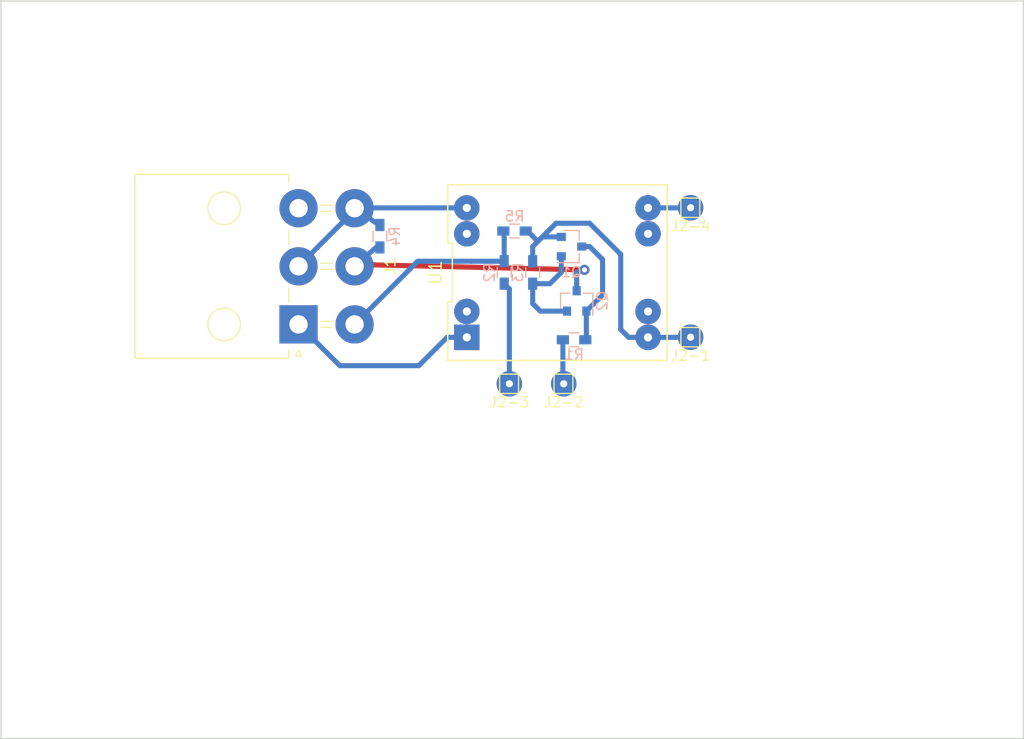
<source format=kicad_pcb>
(kicad_pcb (version 4) (host pcbnew 4.0.7)

  (general
    (links 20)
    (no_connects 1)
    (area 15.291999 13.894999 115.772001 86.435001)
    (thickness 1.6)
    (drawings 4)
    (tracks 56)
    (zones 0)
    (modules 13)
    (nets 11)
  )

  (page A4)
  (layers
    (0 F.Cu signal)
    (31 B.Cu jumper)
    (33 F.Adhes user)
    (35 F.Paste user)
    (37 F.SilkS user)
    (39 F.Mask user)
    (40 Dwgs.User user)
    (41 Cmts.User user)
    (42 Eco1.User user)
    (43 Eco2.User user)
    (44 Edge.Cuts user)
    (45 Margin user)
    (47 F.CrtYd user)
    (49 F.Fab user)
  )

  (setup
    (last_trace_width 1)
    (user_trace_width 1)
    (user_trace_width 2)
    (user_trace_width 3)
    (trace_clearance 1)
    (zone_clearance 0.508)
    (zone_45_only yes)
    (trace_min 0.1)
    (segment_width 0.2)
    (edge_width 0.15)
    (via_size 1)
    (via_drill 0.5)
    (via_min_size 0.1)
    (via_min_drill 0.1)
    (uvia_size 0.3)
    (uvia_drill 0.1)
    (uvias_allowed no)
    (uvia_min_size 0.3)
    (uvia_min_drill 0.1)
    (pcb_text_width 0.3)
    (pcb_text_size 1.5 1.5)
    (mod_edge_width 0.15)
    (mod_text_size 1 1)
    (mod_text_width 0.15)
    (pad_size 2.5 2.5)
    (pad_drill 0.7)
    (pad_to_mask_clearance 0.2)
    (aux_axis_origin 0 0)
    (grid_origin 1 1)
    (visible_elements 7FFFFFDF)
    (pcbplotparams
      (layerselection 0x00020_80000001)
      (usegerberextensions false)
      (excludeedgelayer true)
      (linewidth 0.100000)
      (plotframeref false)
      (viasonmask false)
      (mode 1)
      (useauxorigin false)
      (hpglpennumber 1)
      (hpglpenspeed 20)
      (hpglpendiameter 15)
      (hpglpenoverlay 2)
      (psnegative false)
      (psa4output false)
      (plotreference true)
      (plotvalue true)
      (plotinvisibletext false)
      (padsonsilk false)
      (subtractmaskfromsilk false)
      (outputformat 1)
      (mirror false)
      (drillshape 0)
      (scaleselection 1)
      (outputdirectory ""))
  )

  (net 0 "")
  (net 1 +24V)
  (net 2 GND)
  (net 3 "Net-(J1-Pad3)")
  (net 4 MDB-MR)
  (net 5 MDB-MT)
  (net 6 +5V)
  (net 7 TTL-TX)
  (net 8 TTL-RX)
  (net 9 "Net-(Q1-Pad1)")
  (net 10 "Net-(Q1-Pad3)")

  (net_class Default "This is the default net class."
    (clearance 1)
    (trace_width 0.5)
    (via_dia 1)
    (via_drill 0.5)
    (uvia_dia 0.3)
    (uvia_drill 0.1)
    (add_net +24V)
    (add_net +5V)
    (add_net GND)
    (add_net MDB-MR)
    (add_net MDB-MT)
    (add_net "Net-(J1-Pad3)")
    (add_net "Net-(Q1-Pad1)")
    (add_net "Net-(Q1-Pad3)")
    (add_net TTL-RX)
    (add_net TTL-TX)
  )

  (net_class aa ""
    (clearance 1)
    (trace_width 1)
    (via_dia 1.5)
    (via_drill 1)
    (uvia_dia 0.3)
    (uvia_drill 0.1)
  )

  (module Connectors_Molex:Molex_MegaFit_2x03x5.70mm_Angled (layer F.Cu) (tedit 58A287C1) (tstamp 5B0A588F)
    (at 44.577 45.72 90)
    (descr "Molex MegaFit, dual row, side entry type, through hole")
    (tags "connector molex mega-fit 76825-0006 172064-0006 172064-1006")
    (path /5B08F9D8)
    (fp_text reference J1 (at 5.7 9 90) (layer F.SilkS)
      (effects (font (size 1 1) (thickness 0.15)))
    )
    (fp_text value MDB (at 5.7 10.5 90) (layer F.Fab)
      (effects (font (size 1 1) (thickness 0.15)))
    )
    (fp_circle (center 0 -7.3) (end 1.6 -7.3) (layer F.SilkS) (width 0.12))
    (fp_circle (center 11.4 -7.3) (end 13 -7.3) (layer F.SilkS) (width 0.12))
    (fp_line (start -3.175 -15.9) (end -3.175 -1.1) (layer F.Fab) (width 0.1))
    (fp_line (start -3.175 -1.1) (end 14.575 -1.1) (layer F.Fab) (width 0.1))
    (fp_line (start 14.575 -1.1) (end 14.575 -15.9) (layer F.Fab) (width 0.1))
    (fp_line (start 14.575 -15.9) (end -3.175 -15.9) (layer F.Fab) (width 0.1))
    (fp_line (start 5.7 -16.05) (end -3.325 -16.05) (layer F.SilkS) (width 0.12))
    (fp_line (start -3.325 -16.05) (end -3.325 -0.95) (layer F.SilkS) (width 0.12))
    (fp_line (start -3.325 -0.95) (end -2.5 -0.95) (layer F.SilkS) (width 0.12))
    (fp_line (start 5.7 -16.05) (end 14.725 -16.05) (layer F.SilkS) (width 0.12))
    (fp_line (start 14.725 -16.05) (end 14.725 -0.95) (layer F.SilkS) (width 0.12))
    (fp_line (start 14.725 -0.95) (end 13.9 -0.95) (layer F.SilkS) (width 0.12))
    (fp_line (start 2.175 -0.95) (end 3.525 -0.95) (layer F.SilkS) (width 0.12))
    (fp_line (start 7.875 -0.95) (end 9.225 -0.95) (layer F.SilkS) (width 0.12))
    (fp_line (start -0.3 2.175) (end -0.3 3.325) (layer F.SilkS) (width 0.12))
    (fp_line (start 0.3 2.175) (end 0.3 3.325) (layer F.SilkS) (width 0.12))
    (fp_line (start 5.4 2.175) (end 5.4 3.325) (layer F.SilkS) (width 0.12))
    (fp_line (start 6 2.175) (end 6 3.325) (layer F.SilkS) (width 0.12))
    (fp_line (start 11.1 2.175) (end 11.1 3.325) (layer F.SilkS) (width 0.12))
    (fp_line (start 11.7 2.175) (end 11.7 3.325) (layer F.SilkS) (width 0.12))
    (fp_line (start -2.5 0) (end -3.1 0.3) (layer F.SilkS) (width 0.12))
    (fp_line (start -3.1 0.3) (end -3.1 -0.3) (layer F.SilkS) (width 0.12))
    (fp_line (start -3.1 -0.3) (end -2.5 0) (layer F.SilkS) (width 0.12))
    (fp_line (start -2.5 0) (end -3.1 0.3) (layer F.Fab) (width 0.1))
    (fp_line (start -3.1 0.3) (end -3.1 -0.3) (layer F.Fab) (width 0.1))
    (fp_line (start -3.1 -0.3) (end -2.5 0) (layer F.Fab) (width 0.1))
    (fp_line (start -3.65 -16.35) (end -3.65 7.85) (layer F.CrtYd) (width 0.05))
    (fp_line (start -3.65 7.85) (end 15.05 7.85) (layer F.CrtYd) (width 0.05))
    (fp_line (start 15.05 7.85) (end 15.05 -16.35) (layer F.CrtYd) (width 0.05))
    (fp_line (start 15.05 -16.35) (end -3.65 -16.35) (layer F.CrtYd) (width 0.05))
    (fp_text user %R (at 5.7 -11 90) (layer F.Fab)
      (effects (font (size 1 1) (thickness 0.15)))
    )
    (pad 1 thru_hole rect (at 0 0 90) (size 3.75 3.75) (drill 1.8) (layers *.Cu *.Mask)
      (net 1 +24V))
    (pad 2 thru_hole circle (at 5.7 0 90) (size 3.75 3.75) (drill 1.8) (layers *.Cu *.Mask)
      (net 2 GND))
    (pad 3 thru_hole circle (at 11.4 0 90) (size 3.75 3.75) (drill 1.8) (layers *.Cu *.Mask)
      (net 3 "Net-(J1-Pad3)"))
    (pad 4 thru_hole circle (at 0 5.5 90) (size 3.75 3.75) (drill 1.8) (layers *.Cu *.Mask)
      (net 4 MDB-MR))
    (pad 5 thru_hole circle (at 5.7 5.5 90) (size 3.75 3.75) (drill 1.8) (layers *.Cu *.Mask)
      (net 5 MDB-MT))
    (pad 6 thru_hole circle (at 11.4 5.5 90) (size 3.75 3.75) (drill 1.8) (layers *.Cu *.Mask)
      (net 2 GND))
    (pad "" np_thru_hole circle (at 0 -7.3 90) (size 3 3) (drill 3) (layers *.Cu *.Mask))
    (pad "" np_thru_hole circle (at 11.4 -7.3 90) (size 3 3) (drill 3) (layers *.Cu *.Mask))
    (model ${KISYS3DMOD}/Connectors_Molex.3dshapes/Molex_MegaFit_2x03x5.70mm_Angled.wrl
      (at (xyz 0 0 0))
      (scale (xyz 1 1 1))
      (rotate (xyz 0 0 0))
    )
  )

  (module TO_SOT_Packages_SMD:SOT-23 (layer B.Cu) (tedit 58CE4E7E) (tstamp 5B0A58D2)
    (at 71.866 43.418 90)
    (descr "SOT-23, Standard")
    (tags SOT-23)
    (path /5B08F4F9)
    (attr smd)
    (fp_text reference Q2 (at 0 2.5 90) (layer B.SilkS)
      (effects (font (size 1 1) (thickness 0.15)) (justify mirror))
    )
    (fp_text value BC807 (at 0 -2.5 90) (layer B.Fab)
      (effects (font (size 1 1) (thickness 0.15)) (justify mirror))
    )
    (fp_text user %R (at 0 0 360) (layer B.Fab)
      (effects (font (size 0.5 0.5) (thickness 0.075)) (justify mirror))
    )
    (fp_line (start -0.7 0.95) (end -0.7 -1.5) (layer B.Fab) (width 0.1))
    (fp_line (start -0.15 1.52) (end 0.7 1.52) (layer B.Fab) (width 0.1))
    (fp_line (start -0.7 0.95) (end -0.15 1.52) (layer B.Fab) (width 0.1))
    (fp_line (start 0.7 1.52) (end 0.7 -1.52) (layer B.Fab) (width 0.1))
    (fp_line (start -0.7 -1.52) (end 0.7 -1.52) (layer B.Fab) (width 0.1))
    (fp_line (start 0.76 -1.58) (end 0.76 -0.65) (layer B.SilkS) (width 0.12))
    (fp_line (start 0.76 1.58) (end 0.76 0.65) (layer B.SilkS) (width 0.12))
    (fp_line (start -1.7 1.75) (end 1.7 1.75) (layer B.CrtYd) (width 0.05))
    (fp_line (start 1.7 1.75) (end 1.7 -1.75) (layer B.CrtYd) (width 0.05))
    (fp_line (start 1.7 -1.75) (end -1.7 -1.75) (layer B.CrtYd) (width 0.05))
    (fp_line (start -1.7 -1.75) (end -1.7 1.75) (layer B.CrtYd) (width 0.05))
    (fp_line (start 0.76 1.58) (end -1.4 1.58) (layer B.SilkS) (width 0.12))
    (fp_line (start 0.76 -1.58) (end -0.7 -1.58) (layer B.SilkS) (width 0.12))
    (pad 1 smd rect (at -1 0.95 90) (size 0.9 0.8) (layers B.Cu)
      (net 10 "Net-(Q1-Pad3)"))
    (pad 2 smd rect (at -1 -0.95 90) (size 0.9 0.8) (layers B.Cu)
      (net 9 "Net-(Q1-Pad1)"))
    (pad 3 smd rect (at 1 0 90) (size 0.9 0.8) (layers B.Cu)
      (net 5 MDB-MT))
    (model ${KISYS3DMOD}/TO_SOT_Packages_SMD.3dshapes/SOT-23.wrl
      (at (xyz 0 0 0))
      (scale (xyz 1 1 1))
      (rotate (xyz 0 0 0))
    )
  )

  (module Resistors_SMD:R_0603_HandSoldering (layer B.Cu) (tedit 58E0A804) (tstamp 5B0A58E3)
    (at 71.612 47.228)
    (descr "Resistor SMD 0603, hand soldering")
    (tags "resistor 0603")
    (path /5B08F6E8)
    (attr smd)
    (fp_text reference R1 (at 0 1.45) (layer B.SilkS)
      (effects (font (size 1 1) (thickness 0.15)) (justify mirror))
    )
    (fp_text value 2K2 (at 0 -1.55) (layer B.Fab)
      (effects (font (size 1 1) (thickness 0.15)) (justify mirror))
    )
    (fp_text user %R (at 0 0) (layer B.Fab)
      (effects (font (size 0.4 0.4) (thickness 0.075)) (justify mirror))
    )
    (fp_line (start -0.8 -0.4) (end -0.8 0.4) (layer B.Fab) (width 0.1))
    (fp_line (start 0.8 -0.4) (end -0.8 -0.4) (layer B.Fab) (width 0.1))
    (fp_line (start 0.8 0.4) (end 0.8 -0.4) (layer B.Fab) (width 0.1))
    (fp_line (start -0.8 0.4) (end 0.8 0.4) (layer B.Fab) (width 0.1))
    (fp_line (start 0.5 -0.68) (end -0.5 -0.68) (layer B.SilkS) (width 0.12))
    (fp_line (start -0.5 0.68) (end 0.5 0.68) (layer B.SilkS) (width 0.12))
    (fp_line (start -1.96 0.7) (end 1.95 0.7) (layer B.CrtYd) (width 0.05))
    (fp_line (start -1.96 0.7) (end -1.96 -0.7) (layer B.CrtYd) (width 0.05))
    (fp_line (start 1.95 -0.7) (end 1.95 0.7) (layer B.CrtYd) (width 0.05))
    (fp_line (start 1.95 -0.7) (end -1.96 -0.7) (layer B.CrtYd) (width 0.05))
    (pad 1 smd rect (at -1.1 0) (size 1.2 0.9) (layers B.Cu)
      (net 7 TTL-TX))
    (pad 2 smd rect (at 1.1 0) (size 1.2 0.9) (layers B.Cu)
      (net 10 "Net-(Q1-Pad3)"))
    (model ${KISYS3DMOD}/Resistors_SMD.3dshapes/R_0603.wrl
      (at (xyz 0 0 0))
      (scale (xyz 1 1 1))
      (rotate (xyz 0 0 0))
    )
  )

  (module Resistors_SMD:R_0603_HandSoldering (layer B.Cu) (tedit 58E0A804) (tstamp 5B0A58F4)
    (at 64.754 40.624 270)
    (descr "Resistor SMD 0603, hand soldering")
    (tags "resistor 0603")
    (path /5B090100)
    (attr smd)
    (fp_text reference R2 (at 0 1.45 270) (layer B.SilkS)
      (effects (font (size 1 1) (thickness 0.15)) (justify mirror))
    )
    (fp_text value 10K (at 0 -1.55 270) (layer B.Fab)
      (effects (font (size 1 1) (thickness 0.15)) (justify mirror))
    )
    (fp_text user %R (at 0 0 270) (layer B.Fab)
      (effects (font (size 0.4 0.4) (thickness 0.075)) (justify mirror))
    )
    (fp_line (start -0.8 -0.4) (end -0.8 0.4) (layer B.Fab) (width 0.1))
    (fp_line (start 0.8 -0.4) (end -0.8 -0.4) (layer B.Fab) (width 0.1))
    (fp_line (start 0.8 0.4) (end 0.8 -0.4) (layer B.Fab) (width 0.1))
    (fp_line (start -0.8 0.4) (end 0.8 0.4) (layer B.Fab) (width 0.1))
    (fp_line (start 0.5 -0.68) (end -0.5 -0.68) (layer B.SilkS) (width 0.12))
    (fp_line (start -0.5 0.68) (end 0.5 0.68) (layer B.SilkS) (width 0.12))
    (fp_line (start -1.96 0.7) (end 1.95 0.7) (layer B.CrtYd) (width 0.05))
    (fp_line (start -1.96 0.7) (end -1.96 -0.7) (layer B.CrtYd) (width 0.05))
    (fp_line (start 1.95 -0.7) (end 1.95 0.7) (layer B.CrtYd) (width 0.05))
    (fp_line (start 1.95 -0.7) (end -1.96 -0.7) (layer B.CrtYd) (width 0.05))
    (pad 1 smd rect (at -1.1 0 270) (size 1.2 0.9) (layers B.Cu)
      (net 4 MDB-MR))
    (pad 2 smd rect (at 1.1 0 270) (size 1.2 0.9) (layers B.Cu)
      (net 8 TTL-RX))
    (model ${KISYS3DMOD}/Resistors_SMD.3dshapes/R_0603.wrl
      (at (xyz 0 0 0))
      (scale (xyz 1 1 1))
      (rotate (xyz 0 0 0))
    )
  )

  (module Resistors_SMD:R_0603_HandSoldering (layer B.Cu) (tedit 58E0A804) (tstamp 5B0A5905)
    (at 67.548 40.624 270)
    (descr "Resistor SMD 0603, hand soldering")
    (tags "resistor 0603")
    (path /5B08F67D)
    (attr smd)
    (fp_text reference R3 (at 0 1.45 270) (layer B.SilkS)
      (effects (font (size 1 1) (thickness 0.15)) (justify mirror))
    )
    (fp_text value 39R (at 0 -1.55 270) (layer B.Fab)
      (effects (font (size 1 1) (thickness 0.15)) (justify mirror))
    )
    (fp_text user %R (at 0 0 270) (layer B.Fab)
      (effects (font (size 0.4 0.4) (thickness 0.075)) (justify mirror))
    )
    (fp_line (start -0.8 -0.4) (end -0.8 0.4) (layer B.Fab) (width 0.1))
    (fp_line (start 0.8 -0.4) (end -0.8 -0.4) (layer B.Fab) (width 0.1))
    (fp_line (start 0.8 0.4) (end 0.8 -0.4) (layer B.Fab) (width 0.1))
    (fp_line (start -0.8 0.4) (end 0.8 0.4) (layer B.Fab) (width 0.1))
    (fp_line (start 0.5 -0.68) (end -0.5 -0.68) (layer B.SilkS) (width 0.12))
    (fp_line (start -0.5 0.68) (end 0.5 0.68) (layer B.SilkS) (width 0.12))
    (fp_line (start -1.96 0.7) (end 1.95 0.7) (layer B.CrtYd) (width 0.05))
    (fp_line (start -1.96 0.7) (end -1.96 -0.7) (layer B.CrtYd) (width 0.05))
    (fp_line (start 1.95 -0.7) (end 1.95 0.7) (layer B.CrtYd) (width 0.05))
    (fp_line (start 1.95 -0.7) (end -1.96 -0.7) (layer B.CrtYd) (width 0.05))
    (pad 1 smd rect (at -1.1 0 270) (size 1.2 0.9) (layers B.Cu)
      (net 6 +5V))
    (pad 2 smd rect (at 1.1 0 270) (size 1.2 0.9) (layers B.Cu)
      (net 9 "Net-(Q1-Pad1)"))
    (model ${KISYS3DMOD}/Resistors_SMD.3dshapes/R_0603.wrl
      (at (xyz 0 0 0))
      (scale (xyz 1 1 1))
      (rotate (xyz 0 0 0))
    )
  )

  (module Resistors_SMD:R_0603_HandSoldering (layer B.Cu) (tedit 58E0A804) (tstamp 5B0A5916)
    (at 52.562 37.068 90)
    (descr "Resistor SMD 0603, hand soldering")
    (tags "resistor 0603")
    (path /5B08F7FA)
    (attr smd)
    (fp_text reference R4 (at 0 1.45 90) (layer B.SilkS)
      (effects (font (size 1 1) (thickness 0.15)) (justify mirror))
    )
    (fp_text value 680R (at 0 -1.55 90) (layer B.Fab)
      (effects (font (size 1 1) (thickness 0.15)) (justify mirror))
    )
    (fp_text user %R (at 0 0 90) (layer B.Fab)
      (effects (font (size 0.4 0.4) (thickness 0.075)) (justify mirror))
    )
    (fp_line (start -0.8 -0.4) (end -0.8 0.4) (layer B.Fab) (width 0.1))
    (fp_line (start 0.8 -0.4) (end -0.8 -0.4) (layer B.Fab) (width 0.1))
    (fp_line (start 0.8 0.4) (end 0.8 -0.4) (layer B.Fab) (width 0.1))
    (fp_line (start -0.8 0.4) (end 0.8 0.4) (layer B.Fab) (width 0.1))
    (fp_line (start 0.5 -0.68) (end -0.5 -0.68) (layer B.SilkS) (width 0.12))
    (fp_line (start -0.5 0.68) (end 0.5 0.68) (layer B.SilkS) (width 0.12))
    (fp_line (start -1.96 0.7) (end 1.95 0.7) (layer B.CrtYd) (width 0.05))
    (fp_line (start -1.96 0.7) (end -1.96 -0.7) (layer B.CrtYd) (width 0.05))
    (fp_line (start 1.95 -0.7) (end 1.95 0.7) (layer B.CrtYd) (width 0.05))
    (fp_line (start 1.95 -0.7) (end -1.96 -0.7) (layer B.CrtYd) (width 0.05))
    (pad 1 smd rect (at -1.1 0 90) (size 1.2 0.9) (layers B.Cu)
      (net 5 MDB-MT))
    (pad 2 smd rect (at 1.1 0 90) (size 1.2 0.9) (layers B.Cu)
      (net 2 GND))
    (model ${KISYS3DMOD}/Resistors_SMD.3dshapes/R_0603.wrl
      (at (xyz 0 0 0))
      (scale (xyz 1 1 1))
      (rotate (xyz 0 0 0))
    )
  )

  (module Resistors_SMD:R_0603_HandSoldering (layer B.Cu) (tedit 58E0A804) (tstamp 5B0A5927)
    (at 65.77 36.56 180)
    (descr "Resistor SMD 0603, hand soldering")
    (tags "resistor 0603")
    (path /5B090179)
    (attr smd)
    (fp_text reference R5 (at 0 1.45 180) (layer B.SilkS)
      (effects (font (size 1 1) (thickness 0.15)) (justify mirror))
    )
    (fp_text value 680R (at 0 -1.55 180) (layer B.Fab)
      (effects (font (size 1 1) (thickness 0.15)) (justify mirror))
    )
    (fp_text user %R (at 0 0 180) (layer B.Fab)
      (effects (font (size 0.4 0.4) (thickness 0.075)) (justify mirror))
    )
    (fp_line (start -0.8 -0.4) (end -0.8 0.4) (layer B.Fab) (width 0.1))
    (fp_line (start 0.8 -0.4) (end -0.8 -0.4) (layer B.Fab) (width 0.1))
    (fp_line (start 0.8 0.4) (end 0.8 -0.4) (layer B.Fab) (width 0.1))
    (fp_line (start -0.8 0.4) (end 0.8 0.4) (layer B.Fab) (width 0.1))
    (fp_line (start 0.5 -0.68) (end -0.5 -0.68) (layer B.SilkS) (width 0.12))
    (fp_line (start -0.5 0.68) (end 0.5 0.68) (layer B.SilkS) (width 0.12))
    (fp_line (start -1.96 0.7) (end 1.95 0.7) (layer B.CrtYd) (width 0.05))
    (fp_line (start -1.96 0.7) (end -1.96 -0.7) (layer B.CrtYd) (width 0.05))
    (fp_line (start 1.95 -0.7) (end 1.95 0.7) (layer B.CrtYd) (width 0.05))
    (fp_line (start 1.95 -0.7) (end -1.96 -0.7) (layer B.CrtYd) (width 0.05))
    (pad 1 smd rect (at -1.1 0 180) (size 1.2 0.9) (layers B.Cu)
      (net 6 +5V))
    (pad 2 smd rect (at 1.1 0 180) (size 1.2 0.9) (layers B.Cu)
      (net 4 MDB-MR))
    (model ${KISYS3DMOD}/Resistors_SMD.3dshapes/R_0603.wrl
      (at (xyz 0 0 0))
      (scale (xyz 1 1 1))
      (rotate (xyz 0 0 0))
    )
  )

  (module KiCad:dc24-dc5 (layer F.Cu) (tedit 5B2762F7) (tstamp 5B0A593B)
    (at 69.977 40.64)
    (path /5B0A542A)
    (fp_text reference U1 (at -11.96 0 90) (layer F.SilkS)
      (effects (font (size 1.2 1.2) (thickness 0.15)))
    )
    (fp_text value DC24V-DC5V (at 0 0) (layer F.Fab)
      (effects (font (size 1.2 1.2) (thickness 0.15)))
    )
    (fp_line (start -10.76 8.62) (end 10.76 8.62) (layer F.SilkS) (width 0.15))
    (fp_line (start 10.76 8.62) (end 10.76 -8.62) (layer F.SilkS) (width 0.15))
    (fp_line (start 10.76 -8.62) (end -10.76 -8.62) (layer F.SilkS) (width 0.15))
    (fp_line (start -10.76 -8.62) (end -10.76 -2.873333) (layer F.SilkS) (width 0.15))
    (fp_line (start -10.76 -2.873333) (end -10.31 -2.873333) (layer F.SilkS) (width 0.15))
    (fp_line (start -10.31 -2.873333) (end -10.31 2.873333) (layer F.SilkS) (width 0.15))
    (fp_line (start -10.31 2.873333) (end -10.76 2.873333) (layer F.SilkS) (width 0.15))
    (fp_line (start -10.76 2.873333) (end -10.76 8.62) (layer F.SilkS) (width 0.15))
    (pad 2 thru_hole circle (at -8.89 -6.35) (size 2.5 2.5) (drill 0.8) (layers *.Cu *.Mask)
      (net 2 GND))
    (pad 1 thru_hole rect (at -8.89 6.35) (size 2.5 2.5) (drill 0.8) (layers *.Cu *.Mask)
      (net 1 +24V))
    (pad 3 thru_hole circle (at 8.89 -6.35) (size 2.5 2.5) (drill 0.8) (layers *.Cu *.Mask)
      (net 2 GND))
    (pad 4 thru_hole circle (at 8.89 6.35) (size 2.5 2.5) (drill 0.8) (layers *.Cu *.Mask)
      (net 6 +5V))
    (pad 2.1 thru_hole circle (at -8.89 -3.81) (size 2.5 2.5) (drill 0.8) (layers *.Cu *.Mask))
    (pad 1.1 thru_hole circle (at -8.89 3.81) (size 2.5 2.5) (drill 0.8) (layers *.Cu *.Mask))
    (pad 4.1 thru_hole circle (at 8.89 3.81) (size 2.5 2.5) (drill 0.8) (layers *.Cu *.Mask))
    (pad 3.1 thru_hole circle (at 8.89 -3.81) (size 2.5 2.5) (drill 0.8) (layers *.Cu *.Mask))
  )

  (module Connectors:Pin_d0.7mm_L6.5mm_W1.8mm_FlatFork (layer F.Cu) (tedit 5B276315) (tstamp 5B0BD78E)
    (at 70.596 51.546)
    (descr "solder Pin_ with flat fork, hole diameter 0.7mm, length 6.5mm, width 1.8mm")
    (tags "solder Pin_ with flat fork")
    (path /5B0BD4D2)
    (fp_text reference J2-2 (at 0 1.8) (layer F.SilkS)
      (effects (font (size 1 1) (thickness 0.15)))
    )
    (fp_text value Conn_01x01 (at 0 -1.8) (layer F.Fab)
      (effects (font (size 1 1) (thickness 0.15)))
    )
    (fp_text user %R (at 0 1.8) (layer F.Fab)
      (effects (font (size 1 1) (thickness 0.15)))
    )
    (fp_line (start -0.95 -0.95) (end -0.95 0.95) (layer F.SilkS) (width 0.12))
    (fp_line (start -0.95 0.95) (end 0.9 0.95) (layer F.SilkS) (width 0.12))
    (fp_line (start 0.9 0.95) (end 0.9 -0.9) (layer F.SilkS) (width 0.12))
    (fp_line (start 0.9 -0.9) (end 0.9 -0.95) (layer F.SilkS) (width 0.12))
    (fp_line (start 0.9 -0.95) (end -0.95 -0.95) (layer F.SilkS) (width 0.12))
    (fp_line (start -0.9 -0.25) (end 0.85 -0.25) (layer F.Fab) (width 0.12))
    (fp_line (start 0.85 -0.25) (end 0.85 0.25) (layer F.Fab) (width 0.12))
    (fp_line (start 0.85 0.25) (end -0.9 0.25) (layer F.Fab) (width 0.12))
    (fp_line (start -0.9 0.25) (end -0.9 -0.25) (layer F.Fab) (width 0.12))
    (fp_line (start -1.4 -1.2) (end 1.35 -1.2) (layer F.CrtYd) (width 0.05))
    (fp_line (start -1.4 -1.2) (end -1.4 1.2) (layer F.CrtYd) (width 0.05))
    (fp_line (start 1.35 1.2) (end 1.35 -1.2) (layer F.CrtYd) (width 0.05))
    (fp_line (start 1.35 1.2) (end -1.4 1.2) (layer F.CrtYd) (width 0.05))
    (pad 1 thru_hole circle (at 0 0) (size 2.5 2.5) (drill 0.7) (layers *.Cu *.Mask)
      (net 7 TTL-TX))
    (model ${KISYS3DMOD}/Connectors.3dshapes/Pin_d0.7mm_L6.5mm_W1.8mm_FlatFork.wrl
      (at (xyz 0 0 0))
      (scale (xyz 1 1 1))
      (rotate (xyz 0 0 0))
    )
  )

  (module Connectors:Pin_d0.7mm_L6.5mm_W1.8mm_FlatFork (layer F.Cu) (tedit 5B27631B) (tstamp 5B0BD7A1)
    (at 65.262 51.546)
    (descr "solder Pin_ with flat fork, hole diameter 0.7mm, length 6.5mm, width 1.8mm")
    (tags "solder Pin_ with flat fork")
    (path /5B0BD530)
    (fp_text reference J2-3 (at 0 1.8) (layer F.SilkS)
      (effects (font (size 1 1) (thickness 0.15)))
    )
    (fp_text value Conn_01x01 (at 0 -1.8) (layer F.Fab)
      (effects (font (size 1 1) (thickness 0.15)))
    )
    (fp_text user %R (at 0 1.8) (layer F.Fab)
      (effects (font (size 1 1) (thickness 0.15)))
    )
    (fp_line (start -0.95 -0.95) (end -0.95 0.95) (layer F.SilkS) (width 0.12))
    (fp_line (start -0.95 0.95) (end 0.9 0.95) (layer F.SilkS) (width 0.12))
    (fp_line (start 0.9 0.95) (end 0.9 -0.9) (layer F.SilkS) (width 0.12))
    (fp_line (start 0.9 -0.9) (end 0.9 -0.95) (layer F.SilkS) (width 0.12))
    (fp_line (start 0.9 -0.95) (end -0.95 -0.95) (layer F.SilkS) (width 0.12))
    (fp_line (start -0.9 -0.25) (end 0.85 -0.25) (layer F.Fab) (width 0.12))
    (fp_line (start 0.85 -0.25) (end 0.85 0.25) (layer F.Fab) (width 0.12))
    (fp_line (start 0.85 0.25) (end -0.9 0.25) (layer F.Fab) (width 0.12))
    (fp_line (start -0.9 0.25) (end -0.9 -0.25) (layer F.Fab) (width 0.12))
    (fp_line (start -1.4 -1.2) (end 1.35 -1.2) (layer F.CrtYd) (width 0.05))
    (fp_line (start -1.4 -1.2) (end -1.4 1.2) (layer F.CrtYd) (width 0.05))
    (fp_line (start 1.35 1.2) (end 1.35 -1.2) (layer F.CrtYd) (width 0.05))
    (fp_line (start 1.35 1.2) (end -1.4 1.2) (layer F.CrtYd) (width 0.05))
    (pad 1 thru_hole circle (at 0 0) (size 2.5 2.5) (drill 0.7) (layers *.Cu *.Mask)
      (net 8 TTL-RX))
    (model ${KISYS3DMOD}/Connectors.3dshapes/Pin_d0.7mm_L6.5mm_W1.8mm_FlatFork.wrl
      (at (xyz 0 0 0))
      (scale (xyz 1 1 1))
      (rotate (xyz 0 0 0))
    )
  )

  (module Connectors:Pin_d0.7mm_L6.5mm_W1.8mm_FlatFork (layer F.Cu) (tedit 5B276303) (tstamp 5B0BD7B4)
    (at 83.042 34.274)
    (descr "solder Pin_ with flat fork, hole diameter 0.7mm, length 6.5mm, width 1.8mm")
    (tags "solder Pin_ with flat fork")
    (path /5B0BD597)
    (fp_text reference J2-4 (at 0 1.8) (layer F.SilkS)
      (effects (font (size 1 1) (thickness 0.15)))
    )
    (fp_text value Conn_01x01 (at 0 -1.8) (layer F.Fab)
      (effects (font (size 1 1) (thickness 0.15)))
    )
    (fp_text user %R (at 0 1.8) (layer F.Fab)
      (effects (font (size 1 1) (thickness 0.15)))
    )
    (fp_line (start -0.95 -0.95) (end -0.95 0.95) (layer F.SilkS) (width 0.12))
    (fp_line (start -0.95 0.95) (end 0.9 0.95) (layer F.SilkS) (width 0.12))
    (fp_line (start 0.9 0.95) (end 0.9 -0.9) (layer F.SilkS) (width 0.12))
    (fp_line (start 0.9 -0.9) (end 0.9 -0.95) (layer F.SilkS) (width 0.12))
    (fp_line (start 0.9 -0.95) (end -0.95 -0.95) (layer F.SilkS) (width 0.12))
    (fp_line (start -0.9 -0.25) (end 0.85 -0.25) (layer F.Fab) (width 0.12))
    (fp_line (start 0.85 -0.25) (end 0.85 0.25) (layer F.Fab) (width 0.12))
    (fp_line (start 0.85 0.25) (end -0.9 0.25) (layer F.Fab) (width 0.12))
    (fp_line (start -0.9 0.25) (end -0.9 -0.25) (layer F.Fab) (width 0.12))
    (fp_line (start -1.4 -1.2) (end 1.35 -1.2) (layer F.CrtYd) (width 0.05))
    (fp_line (start -1.4 -1.2) (end -1.4 1.2) (layer F.CrtYd) (width 0.05))
    (fp_line (start 1.35 1.2) (end 1.35 -1.2) (layer F.CrtYd) (width 0.05))
    (fp_line (start 1.35 1.2) (end -1.4 1.2) (layer F.CrtYd) (width 0.05))
    (pad 1 thru_hole circle (at 0 0) (size 2.5 2.5) (drill 0.7) (layers *.Cu *.Mask)
      (net 2 GND))
    (model ${KISYS3DMOD}/Connectors.3dshapes/Pin_d0.7mm_L6.5mm_W1.8mm_FlatFork.wrl
      (at (xyz 0 0 0))
      (scale (xyz 1 1 1))
      (rotate (xyz 0 0 0))
    )
  )

  (module Connectors:Pin_d0.7mm_L6.5mm_W1.8mm_FlatFork (layer F.Cu) (tedit 5B27630B) (tstamp 5B22327F)
    (at 83.042 46.974)
    (descr "solder Pin_ with flat fork, hole diameter 0.7mm, length 6.5mm, width 1.8mm")
    (tags "solder Pin_ with flat fork")
    (path /5B0BD3DF)
    (fp_text reference J2-1 (at 0 1.8) (layer F.SilkS)
      (effects (font (size 1 1) (thickness 0.15)))
    )
    (fp_text value Conn_01x01 (at 0 -1.8) (layer F.Fab)
      (effects (font (size 1 1) (thickness 0.15)))
    )
    (fp_text user %R (at 0 1.8) (layer F.Fab)
      (effects (font (size 1 1) (thickness 0.15)))
    )
    (fp_line (start -0.95 -0.95) (end -0.95 0.95) (layer F.SilkS) (width 0.12))
    (fp_line (start -0.95 0.95) (end 0.9 0.95) (layer F.SilkS) (width 0.12))
    (fp_line (start 0.9 0.95) (end 0.9 -0.9) (layer F.SilkS) (width 0.12))
    (fp_line (start 0.9 -0.9) (end 0.9 -0.95) (layer F.SilkS) (width 0.12))
    (fp_line (start 0.9 -0.95) (end -0.95 -0.95) (layer F.SilkS) (width 0.12))
    (fp_line (start -0.9 -0.25) (end 0.85 -0.25) (layer F.Fab) (width 0.12))
    (fp_line (start 0.85 -0.25) (end 0.85 0.25) (layer F.Fab) (width 0.12))
    (fp_line (start 0.85 0.25) (end -0.9 0.25) (layer F.Fab) (width 0.12))
    (fp_line (start -0.9 0.25) (end -0.9 -0.25) (layer F.Fab) (width 0.12))
    (fp_line (start -1.4 -1.2) (end 1.35 -1.2) (layer F.CrtYd) (width 0.05))
    (fp_line (start -1.4 -1.2) (end -1.4 1.2) (layer F.CrtYd) (width 0.05))
    (fp_line (start 1.35 1.2) (end 1.35 -1.2) (layer F.CrtYd) (width 0.05))
    (fp_line (start 1.35 1.2) (end -1.4 1.2) (layer F.CrtYd) (width 0.05))
    (pad 1 thru_hole circle (at 0 0) (size 2.5 2.5) (drill 0.7) (layers *.Cu *.Mask)
      (net 6 +5V))
    (model ${KISYS3DMOD}/Connectors.3dshapes/Pin_d0.7mm_L6.5mm_W1.8mm_FlatFork.wrl
      (at (xyz 0 0 0))
      (scale (xyz 1 1 1))
      (rotate (xyz 0 0 0))
    )
  )

  (module TO_SOT_Packages_SMD:SOT-23 (layer B.Cu) (tedit 58CE4E7E) (tstamp 5B223294)
    (at 71.358 38.084)
    (descr "SOT-23, Standard")
    (tags SOT-23)
    (path /5B08F43C)
    (attr smd)
    (fp_text reference Q1 (at 0 2.5) (layer B.SilkS)
      (effects (font (size 1 1) (thickness 0.15)) (justify mirror))
    )
    (fp_text value BC807 (at 0 -2.5) (layer B.Fab)
      (effects (font (size 1 1) (thickness 0.15)) (justify mirror))
    )
    (fp_text user %R (at 0 0 270) (layer B.Fab)
      (effects (font (size 0.5 0.5) (thickness 0.075)) (justify mirror))
    )
    (fp_line (start -0.7 0.95) (end -0.7 -1.5) (layer B.Fab) (width 0.1))
    (fp_line (start -0.15 1.52) (end 0.7 1.52) (layer B.Fab) (width 0.1))
    (fp_line (start -0.7 0.95) (end -0.15 1.52) (layer B.Fab) (width 0.1))
    (fp_line (start 0.7 1.52) (end 0.7 -1.52) (layer B.Fab) (width 0.1))
    (fp_line (start -0.7 -1.52) (end 0.7 -1.52) (layer B.Fab) (width 0.1))
    (fp_line (start 0.76 -1.58) (end 0.76 -0.65) (layer B.SilkS) (width 0.12))
    (fp_line (start 0.76 1.58) (end 0.76 0.65) (layer B.SilkS) (width 0.12))
    (fp_line (start -1.7 1.75) (end 1.7 1.75) (layer B.CrtYd) (width 0.05))
    (fp_line (start 1.7 1.75) (end 1.7 -1.75) (layer B.CrtYd) (width 0.05))
    (fp_line (start 1.7 -1.75) (end -1.7 -1.75) (layer B.CrtYd) (width 0.05))
    (fp_line (start -1.7 -1.75) (end -1.7 1.75) (layer B.CrtYd) (width 0.05))
    (fp_line (start 0.76 1.58) (end -1.4 1.58) (layer B.SilkS) (width 0.12))
    (fp_line (start 0.76 -1.58) (end -0.7 -1.58) (layer B.SilkS) (width 0.12))
    (pad 1 smd rect (at -1 0.95) (size 0.9 0.8) (layers B.Cu)
      (net 9 "Net-(Q1-Pad1)"))
    (pad 2 smd rect (at -1 -0.95) (size 0.9 0.8) (layers B.Cu)
      (net 6 +5V))
    (pad 3 smd rect (at 1 0) (size 0.9 0.8) (layers B.Cu)
      (net 10 "Net-(Q1-Pad3)"))
    (model ${KISYS3DMOD}/TO_SOT_Packages_SMD.3dshapes/SOT-23.wrl
      (at (xyz 0 0 0))
      (scale (xyz 1 1 1))
      (rotate (xyz 0 0 0))
    )
  )

  (gr_line (start 115.697 13.97) (end 15.367 13.97) (angle 90) (layer Edge.Cuts) (width 0.15))
  (gr_line (start 15.367 86.36) (end 15.367 13.97) (angle 90) (layer Edge.Cuts) (width 0.15))
  (gr_line (start 115.697 86.36) (end 15.367 86.36) (angle 90) (layer Edge.Cuts) (width 0.15))
  (gr_line (start 115.697 13.97) (end 115.697 86.36) (angle 90) (layer Edge.Cuts) (width 0.15))

  (segment (start 61.087 46.99) (end 59.15 46.99) (width 0.5) (layer B.Cu) (net 1))
  (segment (start 48.625 49.768) (end 44.577 45.72) (width 0.5) (layer B.Cu) (net 1) (tstamp 5B234A73))
  (segment (start 56.372 49.768) (end 48.625 49.768) (width 0.5) (layer B.Cu) (net 1) (tstamp 5B234A6D))
  (segment (start 59.15 46.99) (end 56.372 49.768) (width 0.5) (layer B.Cu) (net 1) (tstamp 5B234A69))
  (segment (start 52.562 35.968) (end 52.487 35.968) (width 0.5) (layer B.Cu) (net 2) (status 30))
  (segment (start 52.487 35.968) (end 50.077 34.32) (width 0.5) (layer B.Cu) (net 2) (tstamp 5B275C17) (status 10))
  (segment (start 50.077 34.32) (end 50.077 34.52) (width 0.5) (layer B.Cu) (net 2))
  (segment (start 50.077 34.52) (end 44.577 40.02) (width 0.5) (layer B.Cu) (net 2) (tstamp 5B275B5B))
  (segment (start 78.867 34.29) (end 83.026 34.29) (width 0.5) (layer B.Cu) (net 2))
  (segment (start 61.087 34.29) (end 50.107 34.29) (width 0.5) (layer B.Cu) (net 2))
  (segment (start 50.107 34.29) (end 50.077 34.32) (width 0.5) (layer B.Cu) (net 2) (tstamp 5B234A61))
  (segment (start 78.851 34.274) (end 78.597 34.528) (width 0.5) (layer B.Cu) (net 2) (tstamp 5B223E71))
  (segment (start 61.536 39.524) (end 56.273 39.524) (width 0.5) (layer B.Cu) (net 4))
  (segment (start 64.754 39.524) (end 61.536 39.524) (width 0.5) (layer B.Cu) (net 4) (tstamp 5B234A87))
  (segment (start 56.273 39.524) (end 50.077 45.72) (width 0.5) (layer B.Cu) (net 4) (tstamp 5B275CDC))
  (segment (start 64.754 39.524) (end 64.754 37.238) (width 0.5) (layer B.Cu) (net 4))
  (segment (start 64.754 37.238) (end 64.67 36.56) (width 0.5) (layer B.Cu) (net 4) (tstamp 5B223E6D) (status 20))
  (segment (start 52.562 38.168) (end 52.183 38.168) (width 0.5) (layer B.Cu) (net 5) (status 30))
  (segment (start 52.183 38.168) (end 50.077 40.02) (width 0.5) (layer B.Cu) (net 5) (tstamp 5B275C1C) (status 10))
  (segment (start 72.628 40.37) (end 51.189 39.862) (width 0.5) (layer F.Cu) (net 5))
  (segment (start 50.427 40.37) (end 50.077 40.02) (width 0.5) (layer F.Cu) (net 5) (tstamp 5B234A91))
  (segment (start 71.866 42.418) (end 71.866 40.624) (width 0.5) (layer B.Cu) (net 5) (status 10))
  (via (at 72.628 40.37) (size 1) (drill 0.5) (layers F.Cu B.Cu) (net 5))
  (segment (start 71.866 40.624) (end 72.628 40.37) (width 0.5) (layer B.Cu) (net 5) (tstamp 5B2349E5))
  (segment (start 71.866 42.418) (end 71.977 42.545) (width 0.5) (layer B.Cu) (net 5) (status 30))
  (segment (start 76.962 46.99) (end 76.184 46.212) (width 0.5) (layer B.Cu) (net 6))
  (segment (start 76.184 46.212) (end 76.184 38.846) (width 0.5) (layer B.Cu) (net 6) (tstamp 5B275C6A))
  (segment (start 76.184 38.846) (end 73.136 35.798) (width 0.5) (layer B.Cu) (net 6) (tstamp 5B275C71))
  (segment (start 73.136 35.798) (end 69.834 35.798) (width 0.5) (layer B.Cu) (net 6) (tstamp 5B275C7D))
  (segment (start 69.834 35.798) (end 68.056 37.576) (width 0.5) (layer B.Cu) (net 6) (tstamp 5B275C89))
  (segment (start 78.867 46.99) (end 76.962 46.99) (width 0.5) (layer B.Cu) (net 6) (tstamp 5B234B79))
  (segment (start 66.87 36.56) (end 67.04 36.56) (width 0.5) (layer B.Cu) (net 6))
  (segment (start 67.04 36.56) (end 68.056 37.576) (width 0.5) (layer B.Cu) (net 6) (tstamp 5B275C62))
  (segment (start 70.358 37.134) (end 68.498 37.134) (width 0.5) (layer B.Cu) (net 6))
  (segment (start 68.498 37.134) (end 68.056 37.576) (width 0.5) (layer B.Cu) (net 6) (tstamp 5B234E53))
  (segment (start 67.548 38.084) (end 67.548 39.524) (width 0.5) (layer B.Cu) (net 6) (tstamp 5B234E58))
  (segment (start 68.056 37.576) (end 67.548 38.084) (width 0.5) (layer B.Cu) (net 6) (tstamp 5B275C68))
  (segment (start 78.867 46.99) (end 83.026 46.99) (width 0.5) (layer B.Cu) (net 6))
  (segment (start 83.026 46.99) (end 83.042 46.974) (width 0.5) (layer B.Cu) (net 6) (tstamp 5B234BCB))
  (segment (start 70.426 37.066) (end 70.424 37.068) (width 0.5) (layer B.Cu) (net 6) (tstamp 5B223E67) (status 30))
  (segment (start 70.512 47.228) (end 70.512 51.208) (width 0.5) (layer B.Cu) (net 7))
  (segment (start 70.512 51.462) (end 70.596 51.546) (width 0.5) (layer B.Cu) (net 7) (tstamp 5B234B09) (status 30))
  (segment (start 65.262 51.038) (end 65.262 42.232) (width 0.5) (layer B.Cu) (net 8) (status 10))
  (segment (start 65.262 42.232) (end 64.754 41.724) (width 0.5) (layer B.Cu) (net 8) (tstamp 5B234B04))
  (segment (start 70.916 44.418) (end 68.294 44.418) (width 0.5) (layer B.Cu) (net 9))
  (segment (start 67.548 43.672) (end 67.548 41.724) (width 0.5) (layer B.Cu) (net 9) (tstamp 5B234E64))
  (segment (start 68.294 44.418) (end 67.548 43.672) (width 0.5) (layer B.Cu) (net 9) (tstamp 5B234E62))
  (segment (start 70.358 39.034) (end 70.358 40.608) (width 0.5) (layer B.Cu) (net 9) (status 10))
  (segment (start 69.242 41.724) (end 67.548 41.724) (width 0.5) (layer B.Cu) (net 9) (tstamp 5B223E5A))
  (segment (start 70.358 40.608) (end 69.242 41.724) (width 0.5) (layer B.Cu) (net 9) (tstamp 5B223E59))
  (segment (start 72.358 38.084) (end 73.136 38.084) (width 0.5) (layer B.Cu) (net 10))
  (segment (start 74.406 42.828) (end 72.816 44.418) (width 0.5) (layer B.Cu) (net 10) (tstamp 5B234B5D))
  (segment (start 74.406 39.354) (end 74.406 42.828) (width 0.5) (layer B.Cu) (net 10) (tstamp 5B234B5C))
  (segment (start 73.136 38.084) (end 74.406 39.354) (width 0.5) (layer B.Cu) (net 10) (tstamp 5B234B5B))
  (segment (start 72.816 44.418) (end 72.816 44.246) (width 0.5) (layer B.Cu) (net 10) (status 30))
  (segment (start 72.816 44.418) (end 72.816 47.124) (width 0.5) (layer B.Cu) (net 10) (status 10))

)

</source>
